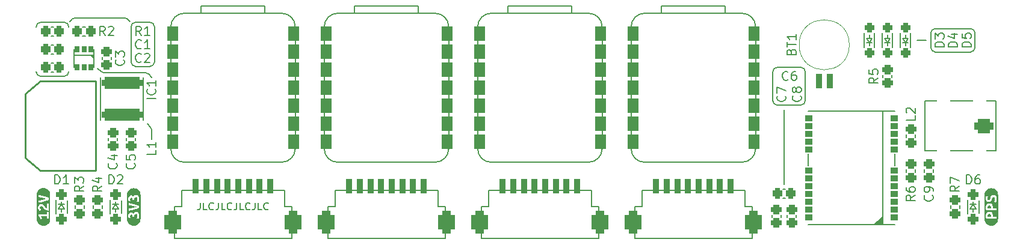
<source format=gto>
%TF.GenerationSoftware,KiCad,Pcbnew,7.0.5-0*%
%TF.CreationDate,2023-09-25T22:43:47+01:00*%
%TF.ProjectId,INCLINOMETER_BOARD,494e434c-494e-44f4-9d45-5445525f424f,rev?*%
%TF.SameCoordinates,Original*%
%TF.FileFunction,Legend,Top*%
%TF.FilePolarity,Positive*%
%FSLAX46Y46*%
G04 Gerber Fmt 4.6, Leading zero omitted, Abs format (unit mm)*
G04 Created by KiCad (PCBNEW 7.0.5-0) date 2023-09-25 22:43:47*
%MOMM*%
%LPD*%
G01*
G04 APERTURE LIST*
G04 Aperture macros list*
%AMRoundRect*
0 Rectangle with rounded corners*
0 $1 Rounding radius*
0 $2 $3 $4 $5 $6 $7 $8 $9 X,Y pos of 4 corners*
0 Add a 4 corners polygon primitive as box body*
4,1,4,$2,$3,$4,$5,$6,$7,$8,$9,$2,$3,0*
0 Add four circle primitives for the rounded corners*
1,1,$1+$1,$2,$3*
1,1,$1+$1,$4,$5*
1,1,$1+$1,$6,$7*
1,1,$1+$1,$8,$9*
0 Add four rect primitives between the rounded corners*
20,1,$1+$1,$2,$3,$4,$5,0*
20,1,$1+$1,$4,$5,$6,$7,0*
20,1,$1+$1,$6,$7,$8,$9,0*
20,1,$1+$1,$8,$9,$2,$3,0*%
G04 Aperture macros list end*
%ADD10C,0.203200*%
%ADD11C,0.152400*%
%ADD12C,0.203000*%
%ADD13C,0.230300*%
%ADD14C,0.120000*%
%ADD15RoundRect,0.325000X-0.325000X-0.425000X0.325000X-0.425000X0.325000X0.425000X-0.325000X0.425000X0*%
%ADD16C,0.800000*%
%ADD17C,6.400000*%
%ADD18RoundRect,0.325000X0.425000X-0.325000X0.425000X0.325000X-0.425000X0.325000X-0.425000X-0.325000X0*%
%ADD19RoundRect,0.350000X0.350000X-0.350000X0.350000X0.350000X-0.350000X0.350000X-0.350000X-0.350000X0*%
%ADD20RoundRect,0.325000X-0.425000X0.325000X-0.425000X-0.325000X0.425000X-0.325000X0.425000X0.325000X0*%
%ADD21RoundRect,0.600000X0.600000X1.000000X-0.600000X1.000000X-0.600000X-1.000000X0.600000X-1.000000X0*%
%ADD22RoundRect,0.450000X0.000000X1.050000X0.000000X1.050000X0.000000X-1.050000X0.000000X-1.050000X0*%
%ADD23RoundRect,1.000000X-0.750000X0.000000X0.750000X0.000000X0.750000X0.000000X-0.750000X0.000000X0*%
%ADD24RoundRect,0.375000X0.375000X-0.375000X0.375000X0.375000X-0.375000X0.375000X-0.375000X-0.375000X0*%
%ADD25RoundRect,0.425000X-2.425000X0.425000X-2.425000X-0.425000X2.425000X-0.425000X2.425000X0.425000X0*%
%ADD26RoundRect,0.517500X-0.832500X0.517500X-0.832500X-0.517500X0.832500X-0.517500X0.832500X0.517500X0*%
%ADD27C,2.100000*%
%ADD28C,3.000000*%
%ADD29C,1.800000*%
%ADD30RoundRect,0.400000X0.500000X0.000000X-0.500000X0.000000X-0.500000X0.000000X0.500000X0.000000X0*%
%ADD31RoundRect,0.300000X0.000000X0.450000X0.000000X-0.450000X0.000000X-0.450000X0.000000X0.450000X0*%
%ADD32RoundRect,0.400000X0.000000X0.975000X0.000000X-0.975000X0.000000X-0.975000X0.000000X0.975000X0*%
G04 APERTURE END LIST*
D10*
X188341000Y-82169000D02*
G75*
G03*
X188976000Y-82804000I635000J0D01*
G01*
X189928500Y-83439000D02*
X189928500Y-93980000D01*
X208661000Y-73660000D02*
X209931000Y-73660000D01*
X192278000Y-82804000D02*
G75*
G03*
X192913000Y-82169000I0J635000D01*
G01*
X98679000Y-71120000D02*
X100711000Y-71120000D01*
X97594979Y-70670995D02*
G75*
G03*
X97145974Y-70485000I-448979J-448905D01*
G01*
X100711000Y-77343000D02*
G75*
G03*
X101346000Y-76708000I0J635000D01*
G01*
X84709000Y-78105000D02*
G75*
G03*
X85344000Y-78740000I635000J0D01*
G01*
X100711000Y-77343000D02*
X98679000Y-77343000D01*
X89408000Y-70993000D02*
X89730013Y-70670987D01*
X90179026Y-70484977D02*
G75*
G03*
X89730013Y-70670987I74J-635123D01*
G01*
X93345000Y-77597000D02*
X93794013Y-78046013D01*
X192913000Y-78105000D02*
X192913000Y-82169000D01*
X101346000Y-71755000D02*
G75*
G03*
X100711000Y-71120000I-635000J0D01*
G01*
X216154000Y-75311000D02*
X211201000Y-75311000D01*
X88646000Y-78740000D02*
G75*
G03*
X89281000Y-78105000I0J635000D01*
G01*
X100515987Y-78417987D02*
X100965000Y-78867000D01*
X84709000Y-71755000D02*
X84709000Y-71755000D01*
X89281000Y-71755000D02*
X89281000Y-71755000D01*
X85344000Y-71120000D02*
G75*
G03*
X84709000Y-71755000I0J-635000D01*
G01*
X216789000Y-72644000D02*
G75*
G03*
X216154000Y-72009000I-635000J0D01*
G01*
X85344000Y-78740000D02*
X88646000Y-78740000D01*
X210566000Y-74676000D02*
G75*
G03*
X211201000Y-75311000I635000J0D01*
G01*
X97594987Y-70670987D02*
X97917000Y-70993000D01*
X89281000Y-71755000D02*
G75*
G03*
X88646000Y-71120000I-635000J0D01*
G01*
X98796974Y-78232000D02*
X100066974Y-78232000D01*
X211201000Y-72009000D02*
G75*
G03*
X210566000Y-72644000I0J-635000D01*
G01*
X90179026Y-70485000D02*
X97145974Y-70485000D01*
X188976000Y-77470000D02*
X192278000Y-77470000D01*
X100779013Y-85911036D02*
X100330000Y-85462023D01*
X98044000Y-76708000D02*
G75*
G03*
X98679000Y-77343000I635000J0D01*
G01*
X89281000Y-78105000D02*
X89281000Y-78105000D01*
X210566000Y-74676000D02*
X210566000Y-72644000D01*
X94243026Y-78232000D02*
X98796974Y-78232000D01*
X84709000Y-78105000D02*
X84709000Y-78105000D01*
X98044000Y-76708000D02*
X98044000Y-71755000D01*
X100965000Y-87630049D02*
X100965000Y-86360049D01*
X101346000Y-71755000D02*
X101346000Y-76708000D01*
X88646000Y-71120000D02*
X85344000Y-71120000D01*
X93794000Y-78046026D02*
G75*
G03*
X94243026Y-78232000I449000J449026D01*
G01*
X100515979Y-78417995D02*
G75*
G03*
X100066974Y-78232000I-448979J-448905D01*
G01*
X216154000Y-75311000D02*
G75*
G03*
X216789000Y-74676000I0J635000D01*
G01*
X216789000Y-72644000D02*
X216789000Y-74676000D01*
X188341000Y-82169000D02*
X188341000Y-78105000D01*
X100964994Y-86360049D02*
G75*
G03*
X100779012Y-85911037I-634894J49D01*
G01*
X192278000Y-82804000D02*
X188976000Y-82804000D01*
X192913000Y-78105000D02*
G75*
G03*
X192278000Y-77470000I-635000J0D01*
G01*
X98679000Y-71120000D02*
G75*
G03*
X98044000Y-71755000I0J-635000D01*
G01*
X211201000Y-72009000D02*
X216154000Y-72009000D01*
X188976000Y-77470000D02*
G75*
G03*
X188341000Y-78105000I0J-635000D01*
G01*
D11*
X107775951Y-96567194D02*
X107775951Y-97281479D01*
X107775951Y-97281479D02*
X107728332Y-97424336D01*
X107728332Y-97424336D02*
X107633094Y-97519575D01*
X107633094Y-97519575D02*
X107490237Y-97567194D01*
X107490237Y-97567194D02*
X107394999Y-97567194D01*
X108728332Y-97567194D02*
X108252142Y-97567194D01*
X108252142Y-97567194D02*
X108252142Y-96567194D01*
X109633094Y-97471955D02*
X109585475Y-97519575D01*
X109585475Y-97519575D02*
X109442618Y-97567194D01*
X109442618Y-97567194D02*
X109347380Y-97567194D01*
X109347380Y-97567194D02*
X109204523Y-97519575D01*
X109204523Y-97519575D02*
X109109285Y-97424336D01*
X109109285Y-97424336D02*
X109061666Y-97329098D01*
X109061666Y-97329098D02*
X109014047Y-97138622D01*
X109014047Y-97138622D02*
X109014047Y-96995765D01*
X109014047Y-96995765D02*
X109061666Y-96805289D01*
X109061666Y-96805289D02*
X109109285Y-96710051D01*
X109109285Y-96710051D02*
X109204523Y-96614813D01*
X109204523Y-96614813D02*
X109347380Y-96567194D01*
X109347380Y-96567194D02*
X109442618Y-96567194D01*
X109442618Y-96567194D02*
X109585475Y-96614813D01*
X109585475Y-96614813D02*
X109633094Y-96662432D01*
X110347380Y-96567194D02*
X110347380Y-97281479D01*
X110347380Y-97281479D02*
X110299761Y-97424336D01*
X110299761Y-97424336D02*
X110204523Y-97519575D01*
X110204523Y-97519575D02*
X110061666Y-97567194D01*
X110061666Y-97567194D02*
X109966428Y-97567194D01*
X111299761Y-97567194D02*
X110823571Y-97567194D01*
X110823571Y-97567194D02*
X110823571Y-96567194D01*
X112204523Y-97471955D02*
X112156904Y-97519575D01*
X112156904Y-97519575D02*
X112014047Y-97567194D01*
X112014047Y-97567194D02*
X111918809Y-97567194D01*
X111918809Y-97567194D02*
X111775952Y-97519575D01*
X111775952Y-97519575D02*
X111680714Y-97424336D01*
X111680714Y-97424336D02*
X111633095Y-97329098D01*
X111633095Y-97329098D02*
X111585476Y-97138622D01*
X111585476Y-97138622D02*
X111585476Y-96995765D01*
X111585476Y-96995765D02*
X111633095Y-96805289D01*
X111633095Y-96805289D02*
X111680714Y-96710051D01*
X111680714Y-96710051D02*
X111775952Y-96614813D01*
X111775952Y-96614813D02*
X111918809Y-96567194D01*
X111918809Y-96567194D02*
X112014047Y-96567194D01*
X112014047Y-96567194D02*
X112156904Y-96614813D01*
X112156904Y-96614813D02*
X112204523Y-96662432D01*
X112918809Y-96567194D02*
X112918809Y-97281479D01*
X112918809Y-97281479D02*
X112871190Y-97424336D01*
X112871190Y-97424336D02*
X112775952Y-97519575D01*
X112775952Y-97519575D02*
X112633095Y-97567194D01*
X112633095Y-97567194D02*
X112537857Y-97567194D01*
X113871190Y-97567194D02*
X113395000Y-97567194D01*
X113395000Y-97567194D02*
X113395000Y-96567194D01*
X114775952Y-97471955D02*
X114728333Y-97519575D01*
X114728333Y-97519575D02*
X114585476Y-97567194D01*
X114585476Y-97567194D02*
X114490238Y-97567194D01*
X114490238Y-97567194D02*
X114347381Y-97519575D01*
X114347381Y-97519575D02*
X114252143Y-97424336D01*
X114252143Y-97424336D02*
X114204524Y-97329098D01*
X114204524Y-97329098D02*
X114156905Y-97138622D01*
X114156905Y-97138622D02*
X114156905Y-96995765D01*
X114156905Y-96995765D02*
X114204524Y-96805289D01*
X114204524Y-96805289D02*
X114252143Y-96710051D01*
X114252143Y-96710051D02*
X114347381Y-96614813D01*
X114347381Y-96614813D02*
X114490238Y-96567194D01*
X114490238Y-96567194D02*
X114585476Y-96567194D01*
X114585476Y-96567194D02*
X114728333Y-96614813D01*
X114728333Y-96614813D02*
X114775952Y-96662432D01*
X115490238Y-96567194D02*
X115490238Y-97281479D01*
X115490238Y-97281479D02*
X115442619Y-97424336D01*
X115442619Y-97424336D02*
X115347381Y-97519575D01*
X115347381Y-97519575D02*
X115204524Y-97567194D01*
X115204524Y-97567194D02*
X115109286Y-97567194D01*
X116442619Y-97567194D02*
X115966429Y-97567194D01*
X115966429Y-97567194D02*
X115966429Y-96567194D01*
X117347381Y-97471955D02*
X117299762Y-97519575D01*
X117299762Y-97519575D02*
X117156905Y-97567194D01*
X117156905Y-97567194D02*
X117061667Y-97567194D01*
X117061667Y-97567194D02*
X116918810Y-97519575D01*
X116918810Y-97519575D02*
X116823572Y-97424336D01*
X116823572Y-97424336D02*
X116775953Y-97329098D01*
X116775953Y-97329098D02*
X116728334Y-97138622D01*
X116728334Y-97138622D02*
X116728334Y-96995765D01*
X116728334Y-96995765D02*
X116775953Y-96805289D01*
X116775953Y-96805289D02*
X116823572Y-96710051D01*
X116823572Y-96710051D02*
X116918810Y-96614813D01*
X116918810Y-96614813D02*
X117061667Y-96567194D01*
X117061667Y-96567194D02*
X117156905Y-96567194D01*
X117156905Y-96567194D02*
X117299762Y-96614813D01*
X117299762Y-96614813D02*
X117347381Y-96662432D01*
%TO.C,C6*%
X190478833Y-79198648D02*
X190418357Y-79259125D01*
X190418357Y-79259125D02*
X190236928Y-79319601D01*
X190236928Y-79319601D02*
X190115976Y-79319601D01*
X190115976Y-79319601D02*
X189934547Y-79259125D01*
X189934547Y-79259125D02*
X189813595Y-79138172D01*
X189813595Y-79138172D02*
X189753118Y-79017220D01*
X189753118Y-79017220D02*
X189692642Y-78775315D01*
X189692642Y-78775315D02*
X189692642Y-78593886D01*
X189692642Y-78593886D02*
X189753118Y-78351982D01*
X189753118Y-78351982D02*
X189813595Y-78231029D01*
X189813595Y-78231029D02*
X189934547Y-78110077D01*
X189934547Y-78110077D02*
X190115976Y-78049601D01*
X190115976Y-78049601D02*
X190236928Y-78049601D01*
X190236928Y-78049601D02*
X190418357Y-78110077D01*
X190418357Y-78110077D02*
X190478833Y-78170553D01*
X191567404Y-78049601D02*
X191325499Y-78049601D01*
X191325499Y-78049601D02*
X191204547Y-78110077D01*
X191204547Y-78110077D02*
X191144071Y-78170553D01*
X191144071Y-78170553D02*
X191023118Y-78351982D01*
X191023118Y-78351982D02*
X190962642Y-78593886D01*
X190962642Y-78593886D02*
X190962642Y-79077696D01*
X190962642Y-79077696D02*
X191023118Y-79198648D01*
X191023118Y-79198648D02*
X191083595Y-79259125D01*
X191083595Y-79259125D02*
X191204547Y-79319601D01*
X191204547Y-79319601D02*
X191446452Y-79319601D01*
X191446452Y-79319601D02*
X191567404Y-79259125D01*
X191567404Y-79259125D02*
X191627880Y-79198648D01*
X191627880Y-79198648D02*
X191688357Y-79077696D01*
X191688357Y-79077696D02*
X191688357Y-78775315D01*
X191688357Y-78775315D02*
X191627880Y-78654363D01*
X191627880Y-78654363D02*
X191567404Y-78593886D01*
X191567404Y-78593886D02*
X191446452Y-78533410D01*
X191446452Y-78533410D02*
X191204547Y-78533410D01*
X191204547Y-78533410D02*
X191083595Y-78593886D01*
X191083595Y-78593886D02*
X191023118Y-78654363D01*
X191023118Y-78654363D02*
X190962642Y-78775315D01*
%TO.C,R2*%
X94403333Y-72969601D02*
X93979999Y-72364839D01*
X93677618Y-72969601D02*
X93677618Y-71699601D01*
X93677618Y-71699601D02*
X94161428Y-71699601D01*
X94161428Y-71699601D02*
X94282380Y-71760077D01*
X94282380Y-71760077D02*
X94342857Y-71820553D01*
X94342857Y-71820553D02*
X94403333Y-71941505D01*
X94403333Y-71941505D02*
X94403333Y-72122934D01*
X94403333Y-72122934D02*
X94342857Y-72243886D01*
X94342857Y-72243886D02*
X94282380Y-72304363D01*
X94282380Y-72304363D02*
X94161428Y-72364839D01*
X94161428Y-72364839D02*
X93677618Y-72364839D01*
X94887142Y-71820553D02*
X94947618Y-71760077D01*
X94947618Y-71760077D02*
X95068571Y-71699601D01*
X95068571Y-71699601D02*
X95370952Y-71699601D01*
X95370952Y-71699601D02*
X95491904Y-71760077D01*
X95491904Y-71760077D02*
X95552380Y-71820553D01*
X95552380Y-71820553D02*
X95612857Y-71941505D01*
X95612857Y-71941505D02*
X95612857Y-72062458D01*
X95612857Y-72062458D02*
X95552380Y-72243886D01*
X95552380Y-72243886D02*
X94826666Y-72969601D01*
X94826666Y-72969601D02*
X95612857Y-72969601D01*
%TO.C,C4*%
X95962648Y-91016666D02*
X96023125Y-91077142D01*
X96023125Y-91077142D02*
X96083601Y-91258571D01*
X96083601Y-91258571D02*
X96083601Y-91379523D01*
X96083601Y-91379523D02*
X96023125Y-91560952D01*
X96023125Y-91560952D02*
X95902172Y-91681904D01*
X95902172Y-91681904D02*
X95781220Y-91742381D01*
X95781220Y-91742381D02*
X95539315Y-91802857D01*
X95539315Y-91802857D02*
X95357886Y-91802857D01*
X95357886Y-91802857D02*
X95115982Y-91742381D01*
X95115982Y-91742381D02*
X94995029Y-91681904D01*
X94995029Y-91681904D02*
X94874077Y-91560952D01*
X94874077Y-91560952D02*
X94813601Y-91379523D01*
X94813601Y-91379523D02*
X94813601Y-91258571D01*
X94813601Y-91258571D02*
X94874077Y-91077142D01*
X94874077Y-91077142D02*
X94934553Y-91016666D01*
X95236934Y-89928095D02*
X96083601Y-89928095D01*
X94753125Y-90230476D02*
X95660267Y-90532857D01*
X95660267Y-90532857D02*
X95660267Y-89746666D01*
%TO.C,D5*%
X216225601Y-74597381D02*
X214955601Y-74597381D01*
X214955601Y-74597381D02*
X214955601Y-74295000D01*
X214955601Y-74295000D02*
X215016077Y-74113571D01*
X215016077Y-74113571D02*
X215137029Y-73992619D01*
X215137029Y-73992619D02*
X215257982Y-73932142D01*
X215257982Y-73932142D02*
X215499886Y-73871666D01*
X215499886Y-73871666D02*
X215681315Y-73871666D01*
X215681315Y-73871666D02*
X215923220Y-73932142D01*
X215923220Y-73932142D02*
X216044172Y-73992619D01*
X216044172Y-73992619D02*
X216165125Y-74113571D01*
X216165125Y-74113571D02*
X216225601Y-74295000D01*
X216225601Y-74295000D02*
X216225601Y-74597381D01*
X214955601Y-72722619D02*
X214955601Y-73327381D01*
X214955601Y-73327381D02*
X215560363Y-73387857D01*
X215560363Y-73387857D02*
X215499886Y-73327381D01*
X215499886Y-73327381D02*
X215439410Y-73206428D01*
X215439410Y-73206428D02*
X215439410Y-72904047D01*
X215439410Y-72904047D02*
X215499886Y-72783095D01*
X215499886Y-72783095D02*
X215560363Y-72722619D01*
X215560363Y-72722619D02*
X215681315Y-72662142D01*
X215681315Y-72662142D02*
X215983696Y-72662142D01*
X215983696Y-72662142D02*
X216104648Y-72722619D01*
X216104648Y-72722619D02*
X216165125Y-72783095D01*
X216165125Y-72783095D02*
X216225601Y-72904047D01*
X216225601Y-72904047D02*
X216225601Y-73206428D01*
X216225601Y-73206428D02*
X216165125Y-73327381D01*
X216165125Y-73327381D02*
X216104648Y-73387857D01*
%TO.C,C9*%
X210770648Y-95527666D02*
X210831125Y-95588142D01*
X210831125Y-95588142D02*
X210891601Y-95769571D01*
X210891601Y-95769571D02*
X210891601Y-95890523D01*
X210891601Y-95890523D02*
X210831125Y-96071952D01*
X210831125Y-96071952D02*
X210710172Y-96192904D01*
X210710172Y-96192904D02*
X210589220Y-96253381D01*
X210589220Y-96253381D02*
X210347315Y-96313857D01*
X210347315Y-96313857D02*
X210165886Y-96313857D01*
X210165886Y-96313857D02*
X209923982Y-96253381D01*
X209923982Y-96253381D02*
X209803029Y-96192904D01*
X209803029Y-96192904D02*
X209682077Y-96071952D01*
X209682077Y-96071952D02*
X209621601Y-95890523D01*
X209621601Y-95890523D02*
X209621601Y-95769571D01*
X209621601Y-95769571D02*
X209682077Y-95588142D01*
X209682077Y-95588142D02*
X209742553Y-95527666D01*
X210891601Y-94922904D02*
X210891601Y-94681000D01*
X210891601Y-94681000D02*
X210831125Y-94560047D01*
X210831125Y-94560047D02*
X210770648Y-94499571D01*
X210770648Y-94499571D02*
X210589220Y-94378619D01*
X210589220Y-94378619D02*
X210347315Y-94318142D01*
X210347315Y-94318142D02*
X209863505Y-94318142D01*
X209863505Y-94318142D02*
X209742553Y-94378619D01*
X209742553Y-94378619D02*
X209682077Y-94439095D01*
X209682077Y-94439095D02*
X209621601Y-94560047D01*
X209621601Y-94560047D02*
X209621601Y-94801952D01*
X209621601Y-94801952D02*
X209682077Y-94922904D01*
X209682077Y-94922904D02*
X209742553Y-94983381D01*
X209742553Y-94983381D02*
X209863505Y-95043857D01*
X209863505Y-95043857D02*
X210165886Y-95043857D01*
X210165886Y-95043857D02*
X210286839Y-94983381D01*
X210286839Y-94983381D02*
X210347315Y-94922904D01*
X210347315Y-94922904D02*
X210407791Y-94801952D01*
X210407791Y-94801952D02*
X210407791Y-94560047D01*
X210407791Y-94560047D02*
X210347315Y-94439095D01*
X210347315Y-94439095D02*
X210286839Y-94378619D01*
X210286839Y-94378619D02*
X210165886Y-94318142D01*
%TO.C,R6*%
X208351601Y-95527666D02*
X207746839Y-95951000D01*
X208351601Y-96253381D02*
X207081601Y-96253381D01*
X207081601Y-96253381D02*
X207081601Y-95769571D01*
X207081601Y-95769571D02*
X207142077Y-95648619D01*
X207142077Y-95648619D02*
X207202553Y-95588142D01*
X207202553Y-95588142D02*
X207323505Y-95527666D01*
X207323505Y-95527666D02*
X207504934Y-95527666D01*
X207504934Y-95527666D02*
X207625886Y-95588142D01*
X207625886Y-95588142D02*
X207686363Y-95648619D01*
X207686363Y-95648619D02*
X207746839Y-95769571D01*
X207746839Y-95769571D02*
X207746839Y-96253381D01*
X207081601Y-94439095D02*
X207081601Y-94681000D01*
X207081601Y-94681000D02*
X207142077Y-94801952D01*
X207142077Y-94801952D02*
X207202553Y-94862428D01*
X207202553Y-94862428D02*
X207383982Y-94983381D01*
X207383982Y-94983381D02*
X207625886Y-95043857D01*
X207625886Y-95043857D02*
X208109696Y-95043857D01*
X208109696Y-95043857D02*
X208230648Y-94983381D01*
X208230648Y-94983381D02*
X208291125Y-94922904D01*
X208291125Y-94922904D02*
X208351601Y-94801952D01*
X208351601Y-94801952D02*
X208351601Y-94560047D01*
X208351601Y-94560047D02*
X208291125Y-94439095D01*
X208291125Y-94439095D02*
X208230648Y-94378619D01*
X208230648Y-94378619D02*
X208109696Y-94318142D01*
X208109696Y-94318142D02*
X207807315Y-94318142D01*
X207807315Y-94318142D02*
X207686363Y-94378619D01*
X207686363Y-94378619D02*
X207625886Y-94439095D01*
X207625886Y-94439095D02*
X207565410Y-94560047D01*
X207565410Y-94560047D02*
X207565410Y-94801952D01*
X207565410Y-94801952D02*
X207625886Y-94922904D01*
X207625886Y-94922904D02*
X207686363Y-94983381D01*
X207686363Y-94983381D02*
X207807315Y-95043857D01*
%TO.C,R3*%
X91384601Y-94191666D02*
X90779839Y-94615000D01*
X91384601Y-94917381D02*
X90114601Y-94917381D01*
X90114601Y-94917381D02*
X90114601Y-94433571D01*
X90114601Y-94433571D02*
X90175077Y-94312619D01*
X90175077Y-94312619D02*
X90235553Y-94252142D01*
X90235553Y-94252142D02*
X90356505Y-94191666D01*
X90356505Y-94191666D02*
X90537934Y-94191666D01*
X90537934Y-94191666D02*
X90658886Y-94252142D01*
X90658886Y-94252142D02*
X90719363Y-94312619D01*
X90719363Y-94312619D02*
X90779839Y-94433571D01*
X90779839Y-94433571D02*
X90779839Y-94917381D01*
X90114601Y-93768333D02*
X90114601Y-92982142D01*
X90114601Y-92982142D02*
X90598410Y-93405476D01*
X90598410Y-93405476D02*
X90598410Y-93224047D01*
X90598410Y-93224047D02*
X90658886Y-93103095D01*
X90658886Y-93103095D02*
X90719363Y-93042619D01*
X90719363Y-93042619D02*
X90840315Y-92982142D01*
X90840315Y-92982142D02*
X91142696Y-92982142D01*
X91142696Y-92982142D02*
X91263648Y-93042619D01*
X91263648Y-93042619D02*
X91324125Y-93103095D01*
X91324125Y-93103095D02*
X91384601Y-93224047D01*
X91384601Y-93224047D02*
X91384601Y-93586904D01*
X91384601Y-93586904D02*
X91324125Y-93707857D01*
X91324125Y-93707857D02*
X91263648Y-93768333D01*
%TO.C,R5*%
X203144601Y-78951666D02*
X202539839Y-79375000D01*
X203144601Y-79677381D02*
X201874601Y-79677381D01*
X201874601Y-79677381D02*
X201874601Y-79193571D01*
X201874601Y-79193571D02*
X201935077Y-79072619D01*
X201935077Y-79072619D02*
X201995553Y-79012142D01*
X201995553Y-79012142D02*
X202116505Y-78951666D01*
X202116505Y-78951666D02*
X202297934Y-78951666D01*
X202297934Y-78951666D02*
X202418886Y-79012142D01*
X202418886Y-79012142D02*
X202479363Y-79072619D01*
X202479363Y-79072619D02*
X202539839Y-79193571D01*
X202539839Y-79193571D02*
X202539839Y-79677381D01*
X201874601Y-77802619D02*
X201874601Y-78407381D01*
X201874601Y-78407381D02*
X202479363Y-78467857D01*
X202479363Y-78467857D02*
X202418886Y-78407381D01*
X202418886Y-78407381D02*
X202358410Y-78286428D01*
X202358410Y-78286428D02*
X202358410Y-77984047D01*
X202358410Y-77984047D02*
X202418886Y-77863095D01*
X202418886Y-77863095D02*
X202479363Y-77802619D01*
X202479363Y-77802619D02*
X202600315Y-77742142D01*
X202600315Y-77742142D02*
X202902696Y-77742142D01*
X202902696Y-77742142D02*
X203023648Y-77802619D01*
X203023648Y-77802619D02*
X203084125Y-77863095D01*
X203084125Y-77863095D02*
X203144601Y-77984047D01*
X203144601Y-77984047D02*
X203144601Y-78286428D01*
X203144601Y-78286428D02*
X203084125Y-78407381D01*
X203084125Y-78407381D02*
X203023648Y-78467857D01*
%TO.C,C2*%
X99483333Y-76658648D02*
X99422857Y-76719125D01*
X99422857Y-76719125D02*
X99241428Y-76779601D01*
X99241428Y-76779601D02*
X99120476Y-76779601D01*
X99120476Y-76779601D02*
X98939047Y-76719125D01*
X98939047Y-76719125D02*
X98818095Y-76598172D01*
X98818095Y-76598172D02*
X98757618Y-76477220D01*
X98757618Y-76477220D02*
X98697142Y-76235315D01*
X98697142Y-76235315D02*
X98697142Y-76053886D01*
X98697142Y-76053886D02*
X98757618Y-75811982D01*
X98757618Y-75811982D02*
X98818095Y-75691029D01*
X98818095Y-75691029D02*
X98939047Y-75570077D01*
X98939047Y-75570077D02*
X99120476Y-75509601D01*
X99120476Y-75509601D02*
X99241428Y-75509601D01*
X99241428Y-75509601D02*
X99422857Y-75570077D01*
X99422857Y-75570077D02*
X99483333Y-75630553D01*
X99967142Y-75630553D02*
X100027618Y-75570077D01*
X100027618Y-75570077D02*
X100148571Y-75509601D01*
X100148571Y-75509601D02*
X100450952Y-75509601D01*
X100450952Y-75509601D02*
X100571904Y-75570077D01*
X100571904Y-75570077D02*
X100632380Y-75630553D01*
X100632380Y-75630553D02*
X100692857Y-75751505D01*
X100692857Y-75751505D02*
X100692857Y-75872458D01*
X100692857Y-75872458D02*
X100632380Y-76053886D01*
X100632380Y-76053886D02*
X99906666Y-76779601D01*
X99906666Y-76779601D02*
X100692857Y-76779601D01*
%TO.C,R4*%
X93924601Y-94191666D02*
X93319839Y-94615000D01*
X93924601Y-94917381D02*
X92654601Y-94917381D01*
X92654601Y-94917381D02*
X92654601Y-94433571D01*
X92654601Y-94433571D02*
X92715077Y-94312619D01*
X92715077Y-94312619D02*
X92775553Y-94252142D01*
X92775553Y-94252142D02*
X92896505Y-94191666D01*
X92896505Y-94191666D02*
X93077934Y-94191666D01*
X93077934Y-94191666D02*
X93198886Y-94252142D01*
X93198886Y-94252142D02*
X93259363Y-94312619D01*
X93259363Y-94312619D02*
X93319839Y-94433571D01*
X93319839Y-94433571D02*
X93319839Y-94917381D01*
X93077934Y-93103095D02*
X93924601Y-93103095D01*
X92594125Y-93405476D02*
X93501267Y-93707857D01*
X93501267Y-93707857D02*
X93501267Y-92921666D01*
%TO.C,D2*%
X94947618Y-93924601D02*
X94947618Y-92654601D01*
X94947618Y-92654601D02*
X95249999Y-92654601D01*
X95249999Y-92654601D02*
X95431428Y-92715077D01*
X95431428Y-92715077D02*
X95552380Y-92836029D01*
X95552380Y-92836029D02*
X95612857Y-92956982D01*
X95612857Y-92956982D02*
X95673333Y-93198886D01*
X95673333Y-93198886D02*
X95673333Y-93380315D01*
X95673333Y-93380315D02*
X95612857Y-93622220D01*
X95612857Y-93622220D02*
X95552380Y-93743172D01*
X95552380Y-93743172D02*
X95431428Y-93864125D01*
X95431428Y-93864125D02*
X95249999Y-93924601D01*
X95249999Y-93924601D02*
X94947618Y-93924601D01*
X96157142Y-92775553D02*
X96217618Y-92715077D01*
X96217618Y-92715077D02*
X96338571Y-92654601D01*
X96338571Y-92654601D02*
X96640952Y-92654601D01*
X96640952Y-92654601D02*
X96761904Y-92715077D01*
X96761904Y-92715077D02*
X96822380Y-92775553D01*
X96822380Y-92775553D02*
X96882857Y-92896505D01*
X96882857Y-92896505D02*
X96882857Y-93017458D01*
X96882857Y-93017458D02*
X96822380Y-93198886D01*
X96822380Y-93198886D02*
X96096666Y-93924601D01*
X96096666Y-93924601D02*
X96882857Y-93924601D01*
%TO.C,R7*%
X214574601Y-94191666D02*
X213969839Y-94615000D01*
X214574601Y-94917381D02*
X213304601Y-94917381D01*
X213304601Y-94917381D02*
X213304601Y-94433571D01*
X213304601Y-94433571D02*
X213365077Y-94312619D01*
X213365077Y-94312619D02*
X213425553Y-94252142D01*
X213425553Y-94252142D02*
X213546505Y-94191666D01*
X213546505Y-94191666D02*
X213727934Y-94191666D01*
X213727934Y-94191666D02*
X213848886Y-94252142D01*
X213848886Y-94252142D02*
X213909363Y-94312619D01*
X213909363Y-94312619D02*
X213969839Y-94433571D01*
X213969839Y-94433571D02*
X213969839Y-94917381D01*
X213304601Y-93768333D02*
X213304601Y-92921666D01*
X213304601Y-92921666D02*
X214574601Y-93465952D01*
%TO.C,C5*%
X98502648Y-91016666D02*
X98563125Y-91077142D01*
X98563125Y-91077142D02*
X98623601Y-91258571D01*
X98623601Y-91258571D02*
X98623601Y-91379523D01*
X98623601Y-91379523D02*
X98563125Y-91560952D01*
X98563125Y-91560952D02*
X98442172Y-91681904D01*
X98442172Y-91681904D02*
X98321220Y-91742381D01*
X98321220Y-91742381D02*
X98079315Y-91802857D01*
X98079315Y-91802857D02*
X97897886Y-91802857D01*
X97897886Y-91802857D02*
X97655982Y-91742381D01*
X97655982Y-91742381D02*
X97535029Y-91681904D01*
X97535029Y-91681904D02*
X97414077Y-91560952D01*
X97414077Y-91560952D02*
X97353601Y-91379523D01*
X97353601Y-91379523D02*
X97353601Y-91258571D01*
X97353601Y-91258571D02*
X97414077Y-91077142D01*
X97414077Y-91077142D02*
X97474553Y-91016666D01*
X97353601Y-89867619D02*
X97353601Y-90472381D01*
X97353601Y-90472381D02*
X97958363Y-90532857D01*
X97958363Y-90532857D02*
X97897886Y-90472381D01*
X97897886Y-90472381D02*
X97837410Y-90351428D01*
X97837410Y-90351428D02*
X97837410Y-90049047D01*
X97837410Y-90049047D02*
X97897886Y-89928095D01*
X97897886Y-89928095D02*
X97958363Y-89867619D01*
X97958363Y-89867619D02*
X98079315Y-89807142D01*
X98079315Y-89807142D02*
X98381696Y-89807142D01*
X98381696Y-89807142D02*
X98502648Y-89867619D01*
X98502648Y-89867619D02*
X98563125Y-89928095D01*
X98563125Y-89928095D02*
X98623601Y-90049047D01*
X98623601Y-90049047D02*
X98623601Y-90351428D01*
X98623601Y-90351428D02*
X98563125Y-90472381D01*
X98563125Y-90472381D02*
X98502648Y-90532857D01*
%TO.C,L2*%
X208351601Y-84270694D02*
X208351601Y-84875456D01*
X208351601Y-84875456D02*
X207081601Y-84875456D01*
X207202553Y-83907837D02*
X207142077Y-83847361D01*
X207142077Y-83847361D02*
X207081601Y-83726408D01*
X207081601Y-83726408D02*
X207081601Y-83424027D01*
X207081601Y-83424027D02*
X207142077Y-83303075D01*
X207142077Y-83303075D02*
X207202553Y-83242599D01*
X207202553Y-83242599D02*
X207323505Y-83182122D01*
X207323505Y-83182122D02*
X207444458Y-83182122D01*
X207444458Y-83182122D02*
X207625886Y-83242599D01*
X207625886Y-83242599D02*
X208351601Y-83968313D01*
X208351601Y-83968313D02*
X208351601Y-83182122D01*
%TO.C,D6*%
X215597618Y-93924601D02*
X215597618Y-92654601D01*
X215597618Y-92654601D02*
X215899999Y-92654601D01*
X215899999Y-92654601D02*
X216081428Y-92715077D01*
X216081428Y-92715077D02*
X216202380Y-92836029D01*
X216202380Y-92836029D02*
X216262857Y-92956982D01*
X216262857Y-92956982D02*
X216323333Y-93198886D01*
X216323333Y-93198886D02*
X216323333Y-93380315D01*
X216323333Y-93380315D02*
X216262857Y-93622220D01*
X216262857Y-93622220D02*
X216202380Y-93743172D01*
X216202380Y-93743172D02*
X216081428Y-93864125D01*
X216081428Y-93864125D02*
X215899999Y-93924601D01*
X215899999Y-93924601D02*
X215597618Y-93924601D01*
X217411904Y-92654601D02*
X217169999Y-92654601D01*
X217169999Y-92654601D02*
X217049047Y-92715077D01*
X217049047Y-92715077D02*
X216988571Y-92775553D01*
X216988571Y-92775553D02*
X216867618Y-92956982D01*
X216867618Y-92956982D02*
X216807142Y-93198886D01*
X216807142Y-93198886D02*
X216807142Y-93682696D01*
X216807142Y-93682696D02*
X216867618Y-93803648D01*
X216867618Y-93803648D02*
X216928095Y-93864125D01*
X216928095Y-93864125D02*
X217049047Y-93924601D01*
X217049047Y-93924601D02*
X217290952Y-93924601D01*
X217290952Y-93924601D02*
X217411904Y-93864125D01*
X217411904Y-93864125D02*
X217472380Y-93803648D01*
X217472380Y-93803648D02*
X217532857Y-93682696D01*
X217532857Y-93682696D02*
X217532857Y-93380315D01*
X217532857Y-93380315D02*
X217472380Y-93259363D01*
X217472380Y-93259363D02*
X217411904Y-93198886D01*
X217411904Y-93198886D02*
X217290952Y-93138410D01*
X217290952Y-93138410D02*
X217049047Y-93138410D01*
X217049047Y-93138410D02*
X216928095Y-93198886D01*
X216928095Y-93198886D02*
X216867618Y-93259363D01*
X216867618Y-93259363D02*
X216807142Y-93380315D01*
%TO.C,L1*%
X101544601Y-89111666D02*
X101544601Y-89716428D01*
X101544601Y-89716428D02*
X100274601Y-89716428D01*
X101544601Y-88023094D02*
X101544601Y-88748809D01*
X101544601Y-88385952D02*
X100274601Y-88385952D01*
X100274601Y-88385952D02*
X100456029Y-88506904D01*
X100456029Y-88506904D02*
X100576982Y-88627856D01*
X100576982Y-88627856D02*
X100637458Y-88748809D01*
%TO.C,C8*%
X192228648Y-81491666D02*
X192289125Y-81552142D01*
X192289125Y-81552142D02*
X192349601Y-81733571D01*
X192349601Y-81733571D02*
X192349601Y-81854523D01*
X192349601Y-81854523D02*
X192289125Y-82035952D01*
X192289125Y-82035952D02*
X192168172Y-82156904D01*
X192168172Y-82156904D02*
X192047220Y-82217381D01*
X192047220Y-82217381D02*
X191805315Y-82277857D01*
X191805315Y-82277857D02*
X191623886Y-82277857D01*
X191623886Y-82277857D02*
X191381982Y-82217381D01*
X191381982Y-82217381D02*
X191261029Y-82156904D01*
X191261029Y-82156904D02*
X191140077Y-82035952D01*
X191140077Y-82035952D02*
X191079601Y-81854523D01*
X191079601Y-81854523D02*
X191079601Y-81733571D01*
X191079601Y-81733571D02*
X191140077Y-81552142D01*
X191140077Y-81552142D02*
X191200553Y-81491666D01*
X191623886Y-80765952D02*
X191563410Y-80886904D01*
X191563410Y-80886904D02*
X191502934Y-80947381D01*
X191502934Y-80947381D02*
X191381982Y-81007857D01*
X191381982Y-81007857D02*
X191321505Y-81007857D01*
X191321505Y-81007857D02*
X191200553Y-80947381D01*
X191200553Y-80947381D02*
X191140077Y-80886904D01*
X191140077Y-80886904D02*
X191079601Y-80765952D01*
X191079601Y-80765952D02*
X191079601Y-80524047D01*
X191079601Y-80524047D02*
X191140077Y-80403095D01*
X191140077Y-80403095D02*
X191200553Y-80342619D01*
X191200553Y-80342619D02*
X191321505Y-80282142D01*
X191321505Y-80282142D02*
X191381982Y-80282142D01*
X191381982Y-80282142D02*
X191502934Y-80342619D01*
X191502934Y-80342619D02*
X191563410Y-80403095D01*
X191563410Y-80403095D02*
X191623886Y-80524047D01*
X191623886Y-80524047D02*
X191623886Y-80765952D01*
X191623886Y-80765952D02*
X191684363Y-80886904D01*
X191684363Y-80886904D02*
X191744839Y-80947381D01*
X191744839Y-80947381D02*
X191865791Y-81007857D01*
X191865791Y-81007857D02*
X192107696Y-81007857D01*
X192107696Y-81007857D02*
X192228648Y-80947381D01*
X192228648Y-80947381D02*
X192289125Y-80886904D01*
X192289125Y-80886904D02*
X192349601Y-80765952D01*
X192349601Y-80765952D02*
X192349601Y-80524047D01*
X192349601Y-80524047D02*
X192289125Y-80403095D01*
X192289125Y-80403095D02*
X192228648Y-80342619D01*
X192228648Y-80342619D02*
X192107696Y-80282142D01*
X192107696Y-80282142D02*
X191865791Y-80282142D01*
X191865791Y-80282142D02*
X191744839Y-80342619D01*
X191744839Y-80342619D02*
X191684363Y-80403095D01*
X191684363Y-80403095D02*
X191623886Y-80524047D01*
%TO.C,D1*%
X87327618Y-93924601D02*
X87327618Y-92654601D01*
X87327618Y-92654601D02*
X87629999Y-92654601D01*
X87629999Y-92654601D02*
X87811428Y-92715077D01*
X87811428Y-92715077D02*
X87932380Y-92836029D01*
X87932380Y-92836029D02*
X87992857Y-92956982D01*
X87992857Y-92956982D02*
X88053333Y-93198886D01*
X88053333Y-93198886D02*
X88053333Y-93380315D01*
X88053333Y-93380315D02*
X87992857Y-93622220D01*
X87992857Y-93622220D02*
X87932380Y-93743172D01*
X87932380Y-93743172D02*
X87811428Y-93864125D01*
X87811428Y-93864125D02*
X87629999Y-93924601D01*
X87629999Y-93924601D02*
X87327618Y-93924601D01*
X89262857Y-93924601D02*
X88537142Y-93924601D01*
X88899999Y-93924601D02*
X88899999Y-92654601D01*
X88899999Y-92654601D02*
X88779047Y-92836029D01*
X88779047Y-92836029D02*
X88658095Y-92956982D01*
X88658095Y-92956982D02*
X88537142Y-93017458D01*
%TO.C,C1*%
X99483333Y-74753648D02*
X99422857Y-74814125D01*
X99422857Y-74814125D02*
X99241428Y-74874601D01*
X99241428Y-74874601D02*
X99120476Y-74874601D01*
X99120476Y-74874601D02*
X98939047Y-74814125D01*
X98939047Y-74814125D02*
X98818095Y-74693172D01*
X98818095Y-74693172D02*
X98757618Y-74572220D01*
X98757618Y-74572220D02*
X98697142Y-74330315D01*
X98697142Y-74330315D02*
X98697142Y-74148886D01*
X98697142Y-74148886D02*
X98757618Y-73906982D01*
X98757618Y-73906982D02*
X98818095Y-73786029D01*
X98818095Y-73786029D02*
X98939047Y-73665077D01*
X98939047Y-73665077D02*
X99120476Y-73604601D01*
X99120476Y-73604601D02*
X99241428Y-73604601D01*
X99241428Y-73604601D02*
X99422857Y-73665077D01*
X99422857Y-73665077D02*
X99483333Y-73725553D01*
X100692857Y-74874601D02*
X99967142Y-74874601D01*
X100329999Y-74874601D02*
X100329999Y-73604601D01*
X100329999Y-73604601D02*
X100209047Y-73786029D01*
X100209047Y-73786029D02*
X100088095Y-73906982D01*
X100088095Y-73906982D02*
X99967142Y-73967458D01*
%TO.C,C7*%
X190069648Y-81491666D02*
X190130125Y-81552142D01*
X190130125Y-81552142D02*
X190190601Y-81733571D01*
X190190601Y-81733571D02*
X190190601Y-81854523D01*
X190190601Y-81854523D02*
X190130125Y-82035952D01*
X190130125Y-82035952D02*
X190009172Y-82156904D01*
X190009172Y-82156904D02*
X189888220Y-82217381D01*
X189888220Y-82217381D02*
X189646315Y-82277857D01*
X189646315Y-82277857D02*
X189464886Y-82277857D01*
X189464886Y-82277857D02*
X189222982Y-82217381D01*
X189222982Y-82217381D02*
X189102029Y-82156904D01*
X189102029Y-82156904D02*
X188981077Y-82035952D01*
X188981077Y-82035952D02*
X188920601Y-81854523D01*
X188920601Y-81854523D02*
X188920601Y-81733571D01*
X188920601Y-81733571D02*
X188981077Y-81552142D01*
X188981077Y-81552142D02*
X189041553Y-81491666D01*
X188920601Y-81068333D02*
X188920601Y-80221666D01*
X188920601Y-80221666D02*
X190190601Y-80765952D01*
%TO.C,R1*%
X99483333Y-72969601D02*
X99059999Y-72364839D01*
X98757618Y-72969601D02*
X98757618Y-71699601D01*
X98757618Y-71699601D02*
X99241428Y-71699601D01*
X99241428Y-71699601D02*
X99362380Y-71760077D01*
X99362380Y-71760077D02*
X99422857Y-71820553D01*
X99422857Y-71820553D02*
X99483333Y-71941505D01*
X99483333Y-71941505D02*
X99483333Y-72122934D01*
X99483333Y-72122934D02*
X99422857Y-72243886D01*
X99422857Y-72243886D02*
X99362380Y-72304363D01*
X99362380Y-72304363D02*
X99241428Y-72364839D01*
X99241428Y-72364839D02*
X98757618Y-72364839D01*
X100692857Y-72969601D02*
X99967142Y-72969601D01*
X100329999Y-72969601D02*
X100329999Y-71699601D01*
X100329999Y-71699601D02*
X100209047Y-71881029D01*
X100209047Y-71881029D02*
X100088095Y-72001982D01*
X100088095Y-72001982D02*
X99967142Y-72062458D01*
%TO.C,D4*%
X214320601Y-74597381D02*
X213050601Y-74597381D01*
X213050601Y-74597381D02*
X213050601Y-74295000D01*
X213050601Y-74295000D02*
X213111077Y-74113571D01*
X213111077Y-74113571D02*
X213232029Y-73992619D01*
X213232029Y-73992619D02*
X213352982Y-73932142D01*
X213352982Y-73932142D02*
X213594886Y-73871666D01*
X213594886Y-73871666D02*
X213776315Y-73871666D01*
X213776315Y-73871666D02*
X214018220Y-73932142D01*
X214018220Y-73932142D02*
X214139172Y-73992619D01*
X214139172Y-73992619D02*
X214260125Y-74113571D01*
X214260125Y-74113571D02*
X214320601Y-74295000D01*
X214320601Y-74295000D02*
X214320601Y-74597381D01*
X213473934Y-72783095D02*
X214320601Y-72783095D01*
X212990125Y-73085476D02*
X213897267Y-73387857D01*
X213897267Y-73387857D02*
X213897267Y-72601666D01*
%TO.C,C3*%
X96978648Y-76411666D02*
X97039125Y-76472142D01*
X97039125Y-76472142D02*
X97099601Y-76653571D01*
X97099601Y-76653571D02*
X97099601Y-76774523D01*
X97099601Y-76774523D02*
X97039125Y-76955952D01*
X97039125Y-76955952D02*
X96918172Y-77076904D01*
X96918172Y-77076904D02*
X96797220Y-77137381D01*
X96797220Y-77137381D02*
X96555315Y-77197857D01*
X96555315Y-77197857D02*
X96373886Y-77197857D01*
X96373886Y-77197857D02*
X96131982Y-77137381D01*
X96131982Y-77137381D02*
X96011029Y-77076904D01*
X96011029Y-77076904D02*
X95890077Y-76955952D01*
X95890077Y-76955952D02*
X95829601Y-76774523D01*
X95829601Y-76774523D02*
X95829601Y-76653571D01*
X95829601Y-76653571D02*
X95890077Y-76472142D01*
X95890077Y-76472142D02*
X95950553Y-76411666D01*
X95829601Y-75988333D02*
X95829601Y-75202142D01*
X95829601Y-75202142D02*
X96313410Y-75625476D01*
X96313410Y-75625476D02*
X96313410Y-75444047D01*
X96313410Y-75444047D02*
X96373886Y-75323095D01*
X96373886Y-75323095D02*
X96434363Y-75262619D01*
X96434363Y-75262619D02*
X96555315Y-75202142D01*
X96555315Y-75202142D02*
X96857696Y-75202142D01*
X96857696Y-75202142D02*
X96978648Y-75262619D01*
X96978648Y-75262619D02*
X97039125Y-75323095D01*
X97039125Y-75323095D02*
X97099601Y-75444047D01*
X97099601Y-75444047D02*
X97099601Y-75806904D01*
X97099601Y-75806904D02*
X97039125Y-75927857D01*
X97039125Y-75927857D02*
X96978648Y-75988333D01*
%TO.C,IC1*%
X101544601Y-81884762D02*
X100274601Y-81884762D01*
X101423648Y-80554285D02*
X101484125Y-80614761D01*
X101484125Y-80614761D02*
X101544601Y-80796190D01*
X101544601Y-80796190D02*
X101544601Y-80917142D01*
X101544601Y-80917142D02*
X101484125Y-81098571D01*
X101484125Y-81098571D02*
X101363172Y-81219523D01*
X101363172Y-81219523D02*
X101242220Y-81280000D01*
X101242220Y-81280000D02*
X101000315Y-81340476D01*
X101000315Y-81340476D02*
X100818886Y-81340476D01*
X100818886Y-81340476D02*
X100576982Y-81280000D01*
X100576982Y-81280000D02*
X100456029Y-81219523D01*
X100456029Y-81219523D02*
X100335077Y-81098571D01*
X100335077Y-81098571D02*
X100274601Y-80917142D01*
X100274601Y-80917142D02*
X100274601Y-80796190D01*
X100274601Y-80796190D02*
X100335077Y-80614761D01*
X100335077Y-80614761D02*
X100395553Y-80554285D01*
X101544601Y-79344761D02*
X101544601Y-80070476D01*
X101544601Y-79707619D02*
X100274601Y-79707619D01*
X100274601Y-79707619D02*
X100456029Y-79828571D01*
X100456029Y-79828571D02*
X100576982Y-79949523D01*
X100576982Y-79949523D02*
X100637458Y-80070476D01*
%TO.C,D3*%
X212415601Y-74597381D02*
X211145601Y-74597381D01*
X211145601Y-74597381D02*
X211145601Y-74295000D01*
X211145601Y-74295000D02*
X211206077Y-74113571D01*
X211206077Y-74113571D02*
X211327029Y-73992619D01*
X211327029Y-73992619D02*
X211447982Y-73932142D01*
X211447982Y-73932142D02*
X211689886Y-73871666D01*
X211689886Y-73871666D02*
X211871315Y-73871666D01*
X211871315Y-73871666D02*
X212113220Y-73932142D01*
X212113220Y-73932142D02*
X212234172Y-73992619D01*
X212234172Y-73992619D02*
X212355125Y-74113571D01*
X212355125Y-74113571D02*
X212415601Y-74295000D01*
X212415601Y-74295000D02*
X212415601Y-74597381D01*
X211145601Y-73448333D02*
X211145601Y-72662142D01*
X211145601Y-72662142D02*
X211629410Y-73085476D01*
X211629410Y-73085476D02*
X211629410Y-72904047D01*
X211629410Y-72904047D02*
X211689886Y-72783095D01*
X211689886Y-72783095D02*
X211750363Y-72722619D01*
X211750363Y-72722619D02*
X211871315Y-72662142D01*
X211871315Y-72662142D02*
X212173696Y-72662142D01*
X212173696Y-72662142D02*
X212294648Y-72722619D01*
X212294648Y-72722619D02*
X212355125Y-72783095D01*
X212355125Y-72783095D02*
X212415601Y-72904047D01*
X212415601Y-72904047D02*
X212415601Y-73266904D01*
X212415601Y-73266904D02*
X212355125Y-73387857D01*
X212355125Y-73387857D02*
X212294648Y-73448333D01*
%TO.C,BT1*%
X190922363Y-75292856D02*
X190982839Y-75111428D01*
X190982839Y-75111428D02*
X191043315Y-75050951D01*
X191043315Y-75050951D02*
X191164267Y-74990475D01*
X191164267Y-74990475D02*
X191345696Y-74990475D01*
X191345696Y-74990475D02*
X191466648Y-75050951D01*
X191466648Y-75050951D02*
X191527125Y-75111428D01*
X191527125Y-75111428D02*
X191587601Y-75232380D01*
X191587601Y-75232380D02*
X191587601Y-75716190D01*
X191587601Y-75716190D02*
X190317601Y-75716190D01*
X190317601Y-75716190D02*
X190317601Y-75292856D01*
X190317601Y-75292856D02*
X190378077Y-75171904D01*
X190378077Y-75171904D02*
X190438553Y-75111428D01*
X190438553Y-75111428D02*
X190559505Y-75050951D01*
X190559505Y-75050951D02*
X190680458Y-75050951D01*
X190680458Y-75050951D02*
X190801410Y-75111428D01*
X190801410Y-75111428D02*
X190861886Y-75171904D01*
X190861886Y-75171904D02*
X190922363Y-75292856D01*
X190922363Y-75292856D02*
X190922363Y-75716190D01*
X190317601Y-74627618D02*
X190317601Y-73901904D01*
X191587601Y-74264761D02*
X190317601Y-74264761D01*
X191587601Y-72813332D02*
X191587601Y-73539047D01*
X191587601Y-73176190D02*
X190317601Y-73176190D01*
X190317601Y-73176190D02*
X190499029Y-73297142D01*
X190499029Y-73297142D02*
X190619982Y-73418094D01*
X190619982Y-73418094D02*
X190680458Y-73539047D01*
%TO.C,C6*%
X189738000Y-94615000D02*
X190119000Y-94615000D01*
X190119000Y-95885000D02*
X189738000Y-95885000D01*
%TO.C,R2*%
X91249500Y-71755000D02*
X91630500Y-71755000D01*
X91630500Y-73025000D02*
X91249500Y-73025000D01*
%TO.C,C4*%
X94869000Y-87820500D02*
X94869000Y-87439500D01*
X96139000Y-87439500D02*
X96139000Y-87820500D01*
D10*
%TO.C,D5*%
X206310000Y-74660000D02*
X206310000Y-72660000D01*
X207710000Y-74660000D02*
X207710000Y-72660000D01*
D11*
X207010000Y-74410000D02*
X207010000Y-74010000D01*
X207010000Y-74010000D02*
X206610000Y-74010000D01*
X207010000Y-74010000D02*
X207410000Y-74010000D01*
X207010000Y-74010000D02*
X206610000Y-73410000D01*
X206610000Y-73410000D02*
X207410000Y-73410000D01*
X207010000Y-73410000D02*
X207010000Y-72910000D01*
X207410000Y-73410000D02*
X207010000Y-74010000D01*
%TO.C,C9*%
X210947000Y-91884500D02*
X210947000Y-92265500D01*
X209677000Y-92265500D02*
X209677000Y-91884500D01*
%TO.C,R6*%
X208407000Y-91884500D02*
X208407000Y-92265500D01*
X207137000Y-92265500D02*
X207137000Y-91884500D01*
D10*
%TO.C,J2*%
X168915000Y-101600000D02*
X168915000Y-97100000D01*
X169915000Y-94850000D02*
X169915000Y-97100000D01*
X169915000Y-94850000D02*
X184415000Y-94850000D01*
X169915000Y-97100000D02*
X168915000Y-97100000D01*
X177165000Y-101600000D02*
X168915000Y-101600000D01*
X177165000Y-101600000D02*
X185415000Y-101600000D01*
X184415000Y-94850000D02*
X184415000Y-97100000D01*
X184415000Y-97100000D02*
X185415000Y-97100000D01*
X185415000Y-101600000D02*
X185415000Y-97100000D01*
%TO.C,IC4*%
X146825000Y-88970000D02*
X146825000Y-71730000D01*
X148705000Y-69850000D02*
X162445000Y-69850000D01*
X151105000Y-68850000D02*
X160045000Y-68850000D01*
X151105000Y-69850000D02*
X151105000Y-68850000D01*
X160045000Y-68850000D02*
X160045000Y-69850000D01*
X162445000Y-90850000D02*
X148705000Y-90850000D01*
X164325000Y-71730000D02*
X164325000Y-88970000D01*
X148705000Y-69850000D02*
G75*
G03*
X146825000Y-71730000I-1J-1879999D01*
G01*
X146825000Y-88970000D02*
G75*
G03*
X148705000Y-90850000I1879999J-1D01*
G01*
X164325000Y-71730000D02*
G75*
G03*
X162445000Y-69850000I-1880000J0D01*
G01*
X162445000Y-90850000D02*
G75*
G03*
X164325000Y-88970000I0J1880000D01*
G01*
D11*
%TO.C,R3*%
X90170000Y-97345500D02*
X90170000Y-96964500D01*
X91440000Y-96964500D02*
X91440000Y-97345500D01*
%TO.C,R5*%
X205105000Y-78549500D02*
X205105000Y-78930500D01*
X203835000Y-78930500D02*
X203835000Y-78549500D01*
D10*
%TO.C,IC2*%
X103645000Y-88970000D02*
X103645000Y-71730000D01*
X105525000Y-69850000D02*
X119265000Y-69850000D01*
X107925000Y-68850000D02*
X116865000Y-68850000D01*
X107925000Y-69850000D02*
X107925000Y-68850000D01*
X116865000Y-68850000D02*
X116865000Y-69850000D01*
X119265000Y-90850000D02*
X105525000Y-90850000D01*
X121145000Y-71730000D02*
X121145000Y-88970000D01*
X105525000Y-69850000D02*
G75*
G03*
X103645000Y-71730000I-1J-1879999D01*
G01*
X103645000Y-88970000D02*
G75*
G03*
X105525000Y-90850000I1879999J-1D01*
G01*
X121145000Y-71730000D02*
G75*
G03*
X119265000Y-69850000I-1880000J0D01*
G01*
X119265000Y-90850000D02*
G75*
G03*
X121145000Y-88970000I0J1880000D01*
G01*
D11*
%TO.C,C2*%
X86804500Y-76835000D02*
X87185500Y-76835000D01*
X87185500Y-78105000D02*
X86804500Y-78105000D01*
%TO.C,R4*%
X92710000Y-97345500D02*
X92710000Y-96964500D01*
X93980000Y-96964500D02*
X93980000Y-97345500D01*
D10*
%TO.C,D2*%
X95085000Y-98105000D02*
X95085000Y-96205000D01*
X96685000Y-98055000D02*
X96685000Y-96255000D01*
D11*
X95485000Y-97405000D02*
X95885000Y-96805000D01*
X95885000Y-97405000D02*
X95885000Y-97905000D01*
X96285000Y-97405000D02*
X95485000Y-97405000D01*
X95885000Y-96805000D02*
X96285000Y-97405000D01*
X95885000Y-96805000D02*
X95485000Y-96805000D01*
X95885000Y-96805000D02*
X96285000Y-96805000D01*
X95885000Y-96405000D02*
X95885000Y-96805000D01*
%TO.C,R7*%
X213360000Y-97345500D02*
X213360000Y-96964500D01*
X214630000Y-96964500D02*
X214630000Y-97345500D01*
D10*
%TO.C,IC3*%
X125235000Y-88970000D02*
X125235000Y-71730000D01*
X127115000Y-69850000D02*
X140855000Y-69850000D01*
X129515000Y-68850000D02*
X138455000Y-68850000D01*
X129515000Y-69850000D02*
X129515000Y-68850000D01*
X138455000Y-68850000D02*
X138455000Y-69850000D01*
X140855000Y-90850000D02*
X127115000Y-90850000D01*
X142735000Y-71730000D02*
X142735000Y-88970000D01*
X127115000Y-69850000D02*
G75*
G03*
X125235000Y-71730000I-1J-1879999D01*
G01*
X125235000Y-88970000D02*
G75*
G03*
X127115000Y-90850000I1879999J-1D01*
G01*
X142735000Y-71730000D02*
G75*
G03*
X140855000Y-69850000I-1880000J0D01*
G01*
X140855000Y-90850000D02*
G75*
G03*
X142735000Y-88970000I0J1880000D01*
G01*
D11*
%TO.C,C5*%
X97409000Y-87820500D02*
X97409000Y-87439500D01*
X98679000Y-87439500D02*
X98679000Y-87820500D01*
%TO.C,L2*%
X207137000Y-87358528D02*
X207137000Y-86977528D01*
X208407000Y-86977528D02*
X208407000Y-87358528D01*
D10*
%TO.C,D6*%
X215735000Y-98105000D02*
X215735000Y-96205000D01*
X217335000Y-98055000D02*
X217335000Y-96255000D01*
D11*
X216135000Y-97405000D02*
X216535000Y-96805000D01*
X216535000Y-97405000D02*
X216535000Y-97905000D01*
X216935000Y-97405000D02*
X216135000Y-97405000D01*
X216535000Y-96805000D02*
X216935000Y-97405000D01*
X216535000Y-96805000D02*
X216135000Y-96805000D01*
X216535000Y-96805000D02*
X216935000Y-96805000D01*
X216535000Y-96405000D02*
X216535000Y-96805000D01*
D10*
%TO.C,L1*%
X99774000Y-78915000D02*
X99774000Y-84915000D01*
X93774000Y-78915000D02*
X93774000Y-84915000D01*
%TO.C,J1*%
X125735000Y-101600000D02*
X125735000Y-97100000D01*
X126735000Y-94850000D02*
X126735000Y-97100000D01*
X126735000Y-94850000D02*
X141235000Y-94850000D01*
X126735000Y-97100000D02*
X125735000Y-97100000D01*
X133985000Y-101600000D02*
X125735000Y-101600000D01*
X133985000Y-101600000D02*
X142235000Y-101600000D01*
X141235000Y-94850000D02*
X141235000Y-97100000D01*
X141235000Y-97100000D02*
X142235000Y-97100000D01*
X142235000Y-101600000D02*
X142235000Y-97100000D01*
D11*
%TO.C,C8*%
X190373000Y-98665500D02*
X190373000Y-98284500D01*
X191643000Y-98284500D02*
X191643000Y-98665500D01*
%TO.C,kibuzzard-64F4D513*%
G36*
X86677103Y-96693037D02*
G01*
X86677103Y-97890806D01*
X86677103Y-98869500D01*
X86677103Y-98869698D01*
X86658809Y-99055445D01*
X86604629Y-99234052D01*
X86516645Y-99398659D01*
X86398239Y-99542937D01*
X86253960Y-99661343D01*
X86089354Y-99749327D01*
X85910746Y-99803507D01*
X85725000Y-99821802D01*
X85539254Y-99803507D01*
X85360646Y-99749327D01*
X85196040Y-99661343D01*
X85051761Y-99542937D01*
X84933355Y-99398659D01*
X84845371Y-99234052D01*
X84791191Y-99055445D01*
X84772897Y-98869698D01*
X84772897Y-98869500D01*
X84772897Y-98383725D01*
X85004672Y-98383725D01*
X85097541Y-98486119D01*
X85183266Y-98612325D01*
X85257084Y-98745675D01*
X85311853Y-98869500D01*
X85554741Y-98774250D01*
X85496400Y-98628994D01*
X85411866Y-98476594D01*
X86235778Y-98476594D01*
X86235778Y-98786156D01*
X86478666Y-98786156D01*
X86478666Y-97890806D01*
X86235778Y-97890806D01*
X86235778Y-98183700D01*
X85004672Y-98183700D01*
X85004672Y-98383725D01*
X84772897Y-98383725D01*
X84772897Y-97221675D01*
X84971334Y-97221675D01*
X84983241Y-97345798D01*
X85018959Y-97470516D01*
X85079681Y-97588090D01*
X85166597Y-97690781D01*
X85371384Y-97545525D01*
X85259466Y-97395506D01*
X85226128Y-97250250D01*
X85274944Y-97112137D01*
X85414247Y-97057369D01*
X85540453Y-97101422D01*
X85669041Y-97213341D01*
X85737204Y-97283587D01*
X85808344Y-97358597D01*
X85883948Y-97433606D01*
X85965506Y-97503853D01*
X86053910Y-97565766D01*
X86150053Y-97615772D01*
X86254828Y-97648812D01*
X86369128Y-97659825D01*
X86419134Y-97661016D01*
X86478666Y-97655062D01*
X86478666Y-96693037D01*
X86235778Y-96693037D01*
X86235778Y-97326450D01*
X86157197Y-97301447D01*
X86072663Y-97240725D01*
X85991700Y-97164525D01*
X85923834Y-97093087D01*
X85804772Y-96971644D01*
X85676184Y-96864487D01*
X85539263Y-96788287D01*
X85392816Y-96759712D01*
X85208269Y-96797812D01*
X85076109Y-96900206D01*
X84997528Y-97047844D01*
X84971334Y-97221675D01*
X84772897Y-97221675D01*
X84772897Y-96571594D01*
X85004672Y-96571594D01*
X85138022Y-96544209D01*
X85304709Y-96504919D01*
X85429460Y-96473433D01*
X85559239Y-96439302D01*
X85694044Y-96402525D01*
X85831495Y-96363631D01*
X85969210Y-96323150D01*
X86107191Y-96281081D01*
X86303644Y-96218573D01*
X86478666Y-96159637D01*
X86478666Y-95857219D01*
X86351798Y-95811710D01*
X86222020Y-95767260D01*
X86089331Y-95723869D01*
X85955981Y-95682197D01*
X85824219Y-95642906D01*
X85694044Y-95605997D01*
X85504437Y-95555395D01*
X85323759Y-95510747D01*
X85155881Y-95472349D01*
X85004672Y-95440500D01*
X85004672Y-95747681D01*
X85128497Y-95769112D01*
X85271372Y-95795306D01*
X85425855Y-95825072D01*
X85584506Y-95857219D01*
X85744050Y-95891747D01*
X85901212Y-95928656D01*
X86048552Y-95966756D01*
X86178628Y-96004856D01*
X86046766Y-96043254D01*
X85898831Y-96082247D01*
X85741669Y-96120347D01*
X85582125Y-96156066D01*
X85423772Y-96189105D01*
X85270181Y-96219169D01*
X85128199Y-96244172D01*
X85004672Y-96262031D01*
X85004672Y-96571594D01*
X84772897Y-96571594D01*
X84772897Y-95440500D01*
X84772897Y-95440302D01*
X84791191Y-95254555D01*
X84845371Y-95075947D01*
X84933355Y-94911341D01*
X85051761Y-94767063D01*
X85196040Y-94648657D01*
X85360646Y-94560673D01*
X85539254Y-94506493D01*
X85725000Y-94488198D01*
X85910746Y-94506493D01*
X86089354Y-94560673D01*
X86253960Y-94648657D01*
X86398239Y-94767063D01*
X86516645Y-94911341D01*
X86604629Y-95075947D01*
X86658809Y-95254555D01*
X86677103Y-95440302D01*
X86677103Y-95440500D01*
X86677103Y-96159637D01*
X86677103Y-96693037D01*
G37*
D10*
%TO.C,J3*%
X104145000Y-101600000D02*
X104145000Y-97100000D01*
X105145000Y-94850000D02*
X105145000Y-97100000D01*
X105145000Y-94850000D02*
X119645000Y-94850000D01*
X105145000Y-97100000D02*
X104145000Y-97100000D01*
X112395000Y-101600000D02*
X104145000Y-101600000D01*
X112395000Y-101600000D02*
X120645000Y-101600000D01*
X119645000Y-94850000D02*
X119645000Y-97100000D01*
X119645000Y-97100000D02*
X120645000Y-97100000D01*
X120645000Y-101600000D02*
X120645000Y-97100000D01*
%TO.C,D1*%
X87465000Y-98105000D02*
X87465000Y-96205000D01*
X89065000Y-98055000D02*
X89065000Y-96255000D01*
D11*
X87865000Y-97405000D02*
X88265000Y-96805000D01*
X88265000Y-97405000D02*
X88265000Y-97905000D01*
X88665000Y-97405000D02*
X87865000Y-97405000D01*
X88265000Y-96805000D02*
X88665000Y-97405000D01*
X88265000Y-96805000D02*
X87865000Y-96805000D01*
X88265000Y-96805000D02*
X88665000Y-96805000D01*
X88265000Y-96405000D02*
X88265000Y-96805000D01*
%TO.C,C1*%
X86804500Y-74295000D02*
X87185500Y-74295000D01*
X87185500Y-75565000D02*
X86804500Y-75565000D01*
%TO.C,kibuzzard-64F4D629*%
G36*
X218928851Y-98151553D02*
G01*
X219004753Y-98205131D01*
X219046723Y-98293833D01*
X219060713Y-98417062D01*
X219060713Y-98536125D01*
X218584463Y-98536125D01*
X218578509Y-98463497D01*
X218577319Y-98390869D01*
X218590713Y-98285796D01*
X218630897Y-98203941D01*
X218703227Y-98151255D01*
X218813063Y-98133694D01*
X218928851Y-98151553D01*
G37*
G36*
X218928851Y-96960928D02*
G01*
X219004753Y-97014506D01*
X219046723Y-97103208D01*
X219060713Y-97226437D01*
X219060713Y-97345500D01*
X218584463Y-97345500D01*
X218578509Y-97272872D01*
X218577319Y-97200244D01*
X218590713Y-97095171D01*
X218630897Y-97013316D01*
X218703227Y-96960630D01*
X218813063Y-96943069D01*
X218928851Y-96960928D01*
G37*
G36*
X220042581Y-97345500D02*
G01*
X220042581Y-98536125D01*
X220042581Y-98829019D01*
X220042581Y-98829217D01*
X220023989Y-99017983D01*
X219968929Y-99199494D01*
X219879514Y-99366777D01*
X219759183Y-99513400D01*
X219612559Y-99633732D01*
X219445277Y-99723146D01*
X219263766Y-99778207D01*
X219075000Y-99796798D01*
X218886234Y-99778207D01*
X218704723Y-99723146D01*
X218537441Y-99633732D01*
X218390817Y-99513400D01*
X218270486Y-99366777D01*
X218181071Y-99199494D01*
X218126011Y-99017983D01*
X218107419Y-98829217D01*
X218107419Y-98829019D01*
X218107419Y-98424206D01*
X218322525Y-98424206D01*
X218324906Y-98517075D01*
X218330859Y-98624231D01*
X218341575Y-98732578D01*
X218358244Y-98829019D01*
X219813188Y-98829019D01*
X219813188Y-98536125D01*
X219315506Y-98536125D01*
X219315506Y-98431350D01*
X219302409Y-98255270D01*
X219263119Y-98108029D01*
X219197634Y-97989628D01*
X219102781Y-97902977D01*
X218975384Y-97850986D01*
X218815444Y-97833656D01*
X218657091Y-97850854D01*
X218531281Y-97902448D01*
X218438016Y-97988437D01*
X218373854Y-98105648D01*
X218335357Y-98250904D01*
X218322525Y-98424206D01*
X218107419Y-98424206D01*
X218107419Y-97233581D01*
X218322525Y-97233581D01*
X218324906Y-97326450D01*
X218330859Y-97433606D01*
X218341575Y-97541953D01*
X218358244Y-97638394D01*
X219813188Y-97638394D01*
X219813188Y-97345500D01*
X219315506Y-97345500D01*
X219315506Y-97240725D01*
X219302409Y-97064645D01*
X219263119Y-96917404D01*
X219197634Y-96799003D01*
X219102781Y-96712352D01*
X218975384Y-96660361D01*
X218815444Y-96643031D01*
X218657091Y-96660229D01*
X218531281Y-96711823D01*
X218438016Y-96797812D01*
X218373854Y-96915023D01*
X218335357Y-97060279D01*
X218322525Y-97233581D01*
X218107419Y-97233581D01*
X218107419Y-95954850D01*
X218305856Y-95954850D01*
X218318821Y-96100768D01*
X218357715Y-96224196D01*
X218422538Y-96325134D01*
X218561841Y-96426040D01*
X218746388Y-96459675D01*
X218921409Y-96421575D01*
X219039281Y-96325134D01*
X219117863Y-96195356D01*
X219172631Y-96057244D01*
X219214303Y-95957231D01*
X219264309Y-95866744D01*
X219327413Y-95800069D01*
X219408375Y-95773875D01*
X219478622Y-95784591D01*
X219540534Y-95823881D01*
X219583397Y-95901272D01*
X219598875Y-96023906D01*
X219590541Y-96142671D01*
X219565538Y-96241791D01*
X219494100Y-96395381D01*
X219732225Y-96481106D01*
X219804853Y-96316800D01*
X219834321Y-96188808D01*
X219844144Y-96023906D01*
X219831576Y-95856822D01*
X219793873Y-95720694D01*
X219731034Y-95615522D01*
X219594410Y-95514616D01*
X219410756Y-95480981D01*
X219299730Y-95491102D01*
X219209541Y-95521462D01*
X219076191Y-95625047D01*
X218990466Y-95763159D01*
X218932125Y-95907225D01*
X218896406Y-95998903D01*
X218852353Y-96082247D01*
X218795203Y-96142969D01*
X218720194Y-96166781D01*
X218626267Y-96140852D01*
X218569910Y-96063065D01*
X218551125Y-95933419D01*
X218574938Y-95765541D01*
X218632088Y-95633381D01*
X218405869Y-95547656D01*
X218336813Y-95717916D01*
X218313595Y-95827751D01*
X218305856Y-95954850D01*
X218107419Y-95954850D01*
X218107419Y-95480981D01*
X218107419Y-95480783D01*
X218126011Y-95292017D01*
X218181072Y-95110505D01*
X218270486Y-94943223D01*
X218390817Y-94796600D01*
X218537441Y-94676268D01*
X218704723Y-94586854D01*
X218886234Y-94531793D01*
X219075000Y-94513202D01*
X219263766Y-94531793D01*
X219445277Y-94586854D01*
X219612559Y-94676268D01*
X219759183Y-94796600D01*
X219879514Y-94943223D01*
X219968928Y-95110505D01*
X220023989Y-95292017D01*
X220042581Y-95480783D01*
X220042581Y-95480981D01*
X220042581Y-96023906D01*
X220042581Y-97345500D01*
G37*
%TO.C,C7*%
X188214000Y-98665500D02*
X188214000Y-98284500D01*
X189484000Y-98284500D02*
X189484000Y-98665500D01*
%TO.C,R1*%
X86804500Y-71755000D02*
X87185500Y-71755000D01*
X87185500Y-73025000D02*
X86804500Y-73025000D01*
D12*
%TO.C,J7*%
X219710000Y-82237500D02*
X209710000Y-82237500D01*
X209710000Y-82237500D02*
X209710000Y-89212500D01*
X209710000Y-89212500D02*
X219710000Y-89212500D01*
X219710000Y-89212500D02*
X219710000Y-82237500D01*
D10*
%TO.C,D4*%
X203770000Y-74660000D02*
X203770000Y-72660000D01*
X205170000Y-74660000D02*
X205170000Y-72660000D01*
D11*
X204470000Y-74410000D02*
X204470000Y-74010000D01*
X204470000Y-74010000D02*
X204070000Y-74010000D01*
X204470000Y-74010000D02*
X204870000Y-74010000D01*
X204470000Y-74010000D02*
X204070000Y-73410000D01*
X204070000Y-73410000D02*
X204870000Y-73410000D01*
X204470000Y-73410000D02*
X204470000Y-72910000D01*
X204870000Y-73410000D02*
X204470000Y-74010000D01*
%TO.C,C3*%
X93980000Y-76390500D02*
X93980000Y-76009500D01*
X95250000Y-76009500D02*
X95250000Y-76390500D01*
D13*
%TO.C,J9*%
X93065000Y-79400000D02*
X91465000Y-79400000D01*
X93065000Y-79400000D02*
X93065000Y-92050000D01*
X91465000Y-79400000D02*
X85255000Y-79400000D01*
X85255000Y-79400000D02*
X83155000Y-81225000D01*
X83155000Y-81225000D02*
X83155000Y-90225000D01*
X93065000Y-92050000D02*
X91465000Y-92050000D01*
X91465000Y-92050000D02*
X85255000Y-92050000D01*
X85255000Y-92050000D02*
X83155000Y-90225000D01*
D10*
%TO.C,IC6*%
X205490000Y-99625000D02*
X193290000Y-99625000D01*
X205490000Y-91375000D02*
X205490000Y-89675000D01*
X205490000Y-83625000D02*
X193290000Y-83625000D01*
X203780000Y-99625000D02*
X203780000Y-83625000D01*
X193290000Y-91375000D02*
X193290000Y-89675000D01*
X203780000Y-99625000D02*
X202670000Y-99625000D01*
X203780000Y-98515000D01*
X203780000Y-99625000D01*
G36*
X203780000Y-99625000D02*
G01*
X202670000Y-99625000D01*
X203780000Y-98515000D01*
X203780000Y-99625000D01*
G37*
%TO.C,kibuzzard-64F4D53D*%
G36*
X99392581Y-97297875D02*
G01*
X99392581Y-98424206D01*
X99392581Y-98833781D01*
X99392581Y-98833980D01*
X99373989Y-99022745D01*
X99318929Y-99204257D01*
X99229514Y-99371539D01*
X99109183Y-99518163D01*
X98962559Y-99638494D01*
X98795277Y-99727908D01*
X98613766Y-99782969D01*
X98425000Y-99801561D01*
X98236234Y-99782969D01*
X98054723Y-99727908D01*
X97887441Y-99638494D01*
X97740817Y-99518163D01*
X97620486Y-99371539D01*
X97531071Y-99204257D01*
X97476011Y-99022745D01*
X97457419Y-98833980D01*
X97457419Y-98833781D01*
X97457419Y-98398012D01*
X97655856Y-98398012D01*
X97666870Y-98524516D01*
X97699909Y-98637328D01*
X97786825Y-98807587D01*
X98001138Y-98702812D01*
X97933272Y-98561128D01*
X97905888Y-98395631D01*
X97952322Y-98261091D01*
X98079719Y-98212275D01*
X98170206Y-98234897D01*
X98227356Y-98293237D01*
X98258313Y-98374200D01*
X98267838Y-98464688D01*
X98267838Y-98574225D01*
X98510725Y-98574225D01*
X98510725Y-98483738D01*
X98522334Y-98353364D01*
X98557159Y-98247994D01*
X98621155Y-98178342D01*
X98720275Y-98155125D01*
X98879819Y-98215847D01*
X98928039Y-98298893D01*
X98944113Y-98426587D01*
X98937564Y-98539399D01*
X98917919Y-98634947D01*
X98867913Y-98776631D01*
X99113181Y-98833781D01*
X99139375Y-98759962D01*
X99165569Y-98656378D01*
X99185809Y-98539697D01*
X99194144Y-98424206D01*
X99185512Y-98286689D01*
X99159616Y-98169412D01*
X99117944Y-98071781D01*
X99061984Y-97993200D01*
X98913156Y-97890806D01*
X98725038Y-97857469D01*
X98605380Y-97873245D01*
X98503581Y-97920572D01*
X98422023Y-97996474D01*
X98363088Y-98097975D01*
X98239263Y-97964625D01*
X98070194Y-97914619D01*
X97905888Y-97943194D01*
X97773728Y-98031300D01*
X97686813Y-98182509D01*
X97663595Y-98282224D01*
X97655856Y-98398012D01*
X97457419Y-98398012D01*
X97457419Y-97709831D01*
X97689194Y-97709831D01*
X97822544Y-97682447D01*
X97989231Y-97643156D01*
X98113982Y-97611671D01*
X98243760Y-97577540D01*
X98378566Y-97540762D01*
X98516017Y-97501869D01*
X98653732Y-97461387D01*
X98791713Y-97419319D01*
X98988166Y-97356811D01*
X99163188Y-97297875D01*
X99163188Y-96995456D01*
X99036320Y-96949948D01*
X98906542Y-96905498D01*
X98773853Y-96862106D01*
X98640503Y-96820434D01*
X98508741Y-96781144D01*
X98378566Y-96744234D01*
X98188959Y-96693633D01*
X98008281Y-96648984D01*
X97840403Y-96610587D01*
X97689194Y-96578738D01*
X97689194Y-96885919D01*
X97813019Y-96907350D01*
X97955894Y-96933544D01*
X98110377Y-96963309D01*
X98269028Y-96995456D01*
X98428572Y-97029984D01*
X98585734Y-97066894D01*
X98733074Y-97104994D01*
X98863150Y-97143094D01*
X98731288Y-97181491D01*
X98583353Y-97220484D01*
X98426191Y-97258584D01*
X98266647Y-97294303D01*
X98108294Y-97327343D01*
X97954703Y-97357406D01*
X97812721Y-97382409D01*
X97689194Y-97400269D01*
X97689194Y-97709831D01*
X97457419Y-97709831D01*
X97457419Y-96016762D01*
X97655856Y-96016762D01*
X97666870Y-96143266D01*
X97699909Y-96256078D01*
X97786825Y-96426337D01*
X98001138Y-96321562D01*
X97933272Y-96179878D01*
X97905888Y-96014381D01*
X97952322Y-95879841D01*
X98079719Y-95831025D01*
X98170206Y-95853647D01*
X98227356Y-95911987D01*
X98258313Y-95992950D01*
X98267838Y-96083437D01*
X98267838Y-96192975D01*
X98510725Y-96192975D01*
X98510725Y-96102487D01*
X98522334Y-95972114D01*
X98557159Y-95866744D01*
X98621155Y-95797092D01*
X98720275Y-95773875D01*
X98879819Y-95834597D01*
X98928039Y-95917643D01*
X98944113Y-96045337D01*
X98937564Y-96158149D01*
X98917919Y-96253697D01*
X98867913Y-96395381D01*
X99113181Y-96452531D01*
X99139375Y-96378712D01*
X99165569Y-96275128D01*
X99185809Y-96158447D01*
X99194144Y-96042956D01*
X99185512Y-95905439D01*
X99159616Y-95788162D01*
X99117944Y-95690531D01*
X99061984Y-95611950D01*
X98913156Y-95509556D01*
X98725038Y-95476219D01*
X98605380Y-95491995D01*
X98503581Y-95539322D01*
X98422023Y-95615224D01*
X98363088Y-95716725D01*
X98239263Y-95583375D01*
X98070194Y-95533369D01*
X97905888Y-95561944D01*
X97773728Y-95650050D01*
X97686813Y-95801259D01*
X97663595Y-95900974D01*
X97655856Y-96016762D01*
X97457419Y-96016762D01*
X97457419Y-95476219D01*
X97457419Y-95476020D01*
X97476011Y-95287255D01*
X97531071Y-95105743D01*
X97620486Y-94938461D01*
X97740817Y-94791837D01*
X97887441Y-94671506D01*
X98054723Y-94582092D01*
X98236234Y-94527031D01*
X98425000Y-94508439D01*
X98613766Y-94527031D01*
X98795277Y-94582092D01*
X98962559Y-94671506D01*
X99109183Y-94791837D01*
X99229514Y-94938461D01*
X99318929Y-95105743D01*
X99373989Y-95287255D01*
X99392581Y-95476020D01*
X99392581Y-95476219D01*
X99392581Y-96042956D01*
X99392581Y-97297875D01*
G37*
%TO.C,J4*%
X147325000Y-101600000D02*
X147325000Y-97100000D01*
X148325000Y-94850000D02*
X148325000Y-97100000D01*
X148325000Y-94850000D02*
X162825000Y-94850000D01*
X148325000Y-97100000D02*
X147325000Y-97100000D01*
X155575000Y-101600000D02*
X147325000Y-101600000D01*
X155575000Y-101600000D02*
X163825000Y-101600000D01*
X162825000Y-94850000D02*
X162825000Y-97100000D01*
X162825000Y-97100000D02*
X163825000Y-97100000D01*
X163825000Y-101600000D02*
X163825000Y-97100000D01*
%TO.C,IC5*%
X168415000Y-88970000D02*
X168415000Y-71730000D01*
X170295000Y-69850000D02*
X184035000Y-69850000D01*
X172695000Y-68850000D02*
X181635000Y-68850000D01*
X172695000Y-69850000D02*
X172695000Y-68850000D01*
X181635000Y-68850000D02*
X181635000Y-69850000D01*
X184035000Y-90850000D02*
X170295000Y-90850000D01*
X185915000Y-71730000D02*
X185915000Y-88970000D01*
X170295000Y-69850000D02*
G75*
G03*
X168415000Y-71730000I-1J-1879999D01*
G01*
X168415000Y-88970000D02*
G75*
G03*
X170295000Y-90850000I1879999J-1D01*
G01*
X185915000Y-71730000D02*
G75*
G03*
X184035000Y-69850000I-1880000J0D01*
G01*
X184035000Y-90850000D02*
G75*
G03*
X185915000Y-88970000I0J1880000D01*
G01*
%TO.C,IC1*%
X92840000Y-74900000D02*
X92840000Y-77500000D01*
X90040000Y-74900000D02*
X90040000Y-77500000D01*
X92840000Y-75781000D02*
X90040000Y-75781000D01*
X92390000Y-75781000D02*
X92840000Y-76231000D01*
X92615000Y-76006000D02*
X92840000Y-75781000D01*
%TO.C,D3*%
X201230000Y-74660000D02*
X201230000Y-72660000D01*
X202630000Y-74660000D02*
X202630000Y-72660000D01*
D11*
X201930000Y-74410000D02*
X201930000Y-74010000D01*
X201930000Y-74010000D02*
X201530000Y-74010000D01*
X201930000Y-74010000D02*
X202330000Y-74010000D01*
X201930000Y-74010000D02*
X201530000Y-73410000D01*
X201530000Y-73410000D02*
X202330000Y-73410000D01*
X201930000Y-73410000D02*
X201930000Y-72910000D01*
X202330000Y-73410000D02*
X201930000Y-74010000D01*
D14*
%TO.C,BT1*%
X199110000Y-74295000D02*
G75*
G03*
X199110000Y-74295000I-3530000J0D01*
G01*
%TD*%
%LPC*%
D15*
%TO.C,C6*%
X188978500Y-95250000D03*
X190878500Y-95250000D03*
%TD*%
%TO.C,R2*%
X90490000Y-72390000D03*
X92390000Y-72390000D03*
%TD*%
D16*
%TO.C,H4*%
X78245000Y-97155000D03*
X78947944Y-95457944D03*
X78947944Y-98852056D03*
X80645000Y-94755000D03*
D17*
X80645000Y-97155000D03*
D16*
X80645000Y-99555000D03*
X82342056Y-95457944D03*
X82342056Y-98852056D03*
X83045000Y-97155000D03*
%TD*%
%TO.C,H1*%
X221755000Y-74295000D03*
X222457944Y-72597944D03*
X222457944Y-75992056D03*
X224155000Y-71895000D03*
D17*
X224155000Y-74295000D03*
D16*
X224155000Y-76695000D03*
X225852056Y-72597944D03*
X225852056Y-75992056D03*
X226555000Y-74295000D03*
%TD*%
D18*
%TO.C,C4*%
X95504000Y-88580000D03*
X95504000Y-86680000D03*
%TD*%
D16*
%TO.C,H2*%
X221755000Y-97155000D03*
X222457944Y-95457944D03*
X222457944Y-98852056D03*
X224155000Y-94755000D03*
D17*
X224155000Y-97155000D03*
D16*
X224155000Y-99555000D03*
X225852056Y-95457944D03*
X225852056Y-98852056D03*
X226555000Y-97155000D03*
%TD*%
D19*
%TO.C,D5*%
X207010000Y-75410000D03*
X207010000Y-71910000D03*
%TD*%
D20*
%TO.C,C9*%
X210312000Y-91125000D03*
X210312000Y-93025000D03*
%TD*%
%TO.C,R6*%
X207772000Y-91125000D03*
X207772000Y-93025000D03*
%TD*%
D21*
%TO.C,J2*%
X168715000Y-99350000D03*
X185615000Y-99350000D03*
D22*
X171915000Y-94200000D03*
X173415000Y-94200000D03*
X174915000Y-94200000D03*
X176415000Y-94200000D03*
X177915000Y-94200000D03*
X179415000Y-94200000D03*
X180915000Y-94200000D03*
X182415000Y-94200000D03*
%TD*%
D23*
%TO.C,IC4*%
X147075000Y-72730000D03*
X147075000Y-75270000D03*
X147075000Y-77810000D03*
X147075000Y-80350000D03*
X147075000Y-82890000D03*
X147075000Y-85430000D03*
X147075000Y-87970000D03*
X164075000Y-87970000D03*
X164075000Y-85430000D03*
X164075000Y-82890000D03*
X164075000Y-80350000D03*
X164075000Y-77810000D03*
X164075000Y-75270000D03*
X164075000Y-72730000D03*
%TD*%
D18*
%TO.C,R3*%
X90805000Y-98105000D03*
X90805000Y-96205000D03*
%TD*%
D20*
%TO.C,R5*%
X204470000Y-77790000D03*
X204470000Y-79690000D03*
%TD*%
D23*
%TO.C,IC2*%
X103895000Y-72730000D03*
X103895000Y-75270000D03*
X103895000Y-77810000D03*
X103895000Y-80350000D03*
X103895000Y-82890000D03*
X103895000Y-85430000D03*
X103895000Y-87970000D03*
X120895000Y-87970000D03*
X120895000Y-85430000D03*
X120895000Y-82890000D03*
X120895000Y-80350000D03*
X120895000Y-77810000D03*
X120895000Y-75270000D03*
X120895000Y-72730000D03*
%TD*%
D15*
%TO.C,C2*%
X86045000Y-77470000D03*
X87945000Y-77470000D03*
%TD*%
D18*
%TO.C,R4*%
X93345000Y-98105000D03*
X93345000Y-96205000D03*
%TD*%
D24*
%TO.C,D2*%
X95885000Y-95405000D03*
X95885000Y-98905000D03*
%TD*%
D18*
%TO.C,R7*%
X213995000Y-98105000D03*
X213995000Y-96205000D03*
%TD*%
D23*
%TO.C,IC3*%
X125485000Y-72730000D03*
X125485000Y-75270000D03*
X125485000Y-77810000D03*
X125485000Y-80350000D03*
X125485000Y-82890000D03*
X125485000Y-85430000D03*
X125485000Y-87970000D03*
X142485000Y-87970000D03*
X142485000Y-85430000D03*
X142485000Y-82890000D03*
X142485000Y-80350000D03*
X142485000Y-77810000D03*
X142485000Y-75270000D03*
X142485000Y-72730000D03*
%TD*%
D18*
%TO.C,C5*%
X98044000Y-88580000D03*
X98044000Y-86680000D03*
%TD*%
%TO.C,L2*%
X207772000Y-88118028D03*
X207772000Y-86218028D03*
%TD*%
D24*
%TO.C,D6*%
X216535000Y-95405000D03*
X216535000Y-98905000D03*
%TD*%
D25*
%TO.C,L1*%
X96774000Y-79665000D03*
X96774000Y-84165000D03*
%TD*%
D21*
%TO.C,J1*%
X125535000Y-99350000D03*
X142435000Y-99350000D03*
D22*
X128735000Y-94200000D03*
X130235000Y-94200000D03*
X131735000Y-94200000D03*
X133235000Y-94200000D03*
X134735000Y-94200000D03*
X136235000Y-94200000D03*
X137735000Y-94200000D03*
X139235000Y-94200000D03*
%TD*%
D18*
%TO.C,C8*%
X191008000Y-99425000D03*
X191008000Y-97525000D03*
%TD*%
D21*
%TO.C,J3*%
X103945000Y-99350000D03*
X120845000Y-99350000D03*
D22*
X107145000Y-94200000D03*
X108645000Y-94200000D03*
X110145000Y-94200000D03*
X111645000Y-94200000D03*
X113145000Y-94200000D03*
X114645000Y-94200000D03*
X116145000Y-94200000D03*
X117645000Y-94200000D03*
%TD*%
D24*
%TO.C,D1*%
X88265000Y-95405000D03*
X88265000Y-98905000D03*
%TD*%
D15*
%TO.C,C1*%
X86045000Y-74930000D03*
X87945000Y-74930000D03*
%TD*%
D18*
%TO.C,C7*%
X188849000Y-99425000D03*
X188849000Y-97525000D03*
%TD*%
D15*
%TO.C,R1*%
X86045000Y-72390000D03*
X87945000Y-72390000D03*
%TD*%
D26*
%TO.C,J7*%
X218060000Y-85725000D03*
D27*
X217410000Y-82725000D03*
X212410000Y-82725000D03*
X217410000Y-88725000D03*
X212410000Y-88725000D03*
%TD*%
D19*
%TO.C,D4*%
X204470000Y-75410000D03*
X204470000Y-71910000D03*
%TD*%
D18*
%TO.C,C3*%
X94615000Y-77150000D03*
X94615000Y-75250000D03*
%TD*%
D28*
%TO.C,J9*%
X87755000Y-85725000D03*
D29*
X92075000Y-82725000D03*
X92075000Y-85725000D03*
X92075000Y-88725000D03*
%TD*%
D30*
%TO.C,IC6*%
X205390000Y-98625000D03*
X205390000Y-97525000D03*
X205390000Y-96425000D03*
X205390000Y-95325000D03*
X205390000Y-94225000D03*
X205390000Y-93125000D03*
X205390000Y-92025000D03*
X205390000Y-89025000D03*
X205390000Y-87925000D03*
X205390000Y-86825000D03*
X205390000Y-85725000D03*
X205390000Y-84625000D03*
X193390000Y-84625000D03*
X193390000Y-85725000D03*
X193390000Y-86825000D03*
X193390000Y-87925000D03*
X193390000Y-89025000D03*
X193390000Y-92025000D03*
X193390000Y-93125000D03*
X193390000Y-94225000D03*
X193390000Y-95325000D03*
X193390000Y-96425000D03*
X193390000Y-97525000D03*
X193390000Y-98625000D03*
%TD*%
D21*
%TO.C,J4*%
X147125000Y-99350000D03*
X164025000Y-99350000D03*
D22*
X150325000Y-94200000D03*
X151825000Y-94200000D03*
X153325000Y-94200000D03*
X154825000Y-94200000D03*
X156325000Y-94200000D03*
X157825000Y-94200000D03*
X159325000Y-94200000D03*
X160825000Y-94200000D03*
%TD*%
D23*
%TO.C,IC5*%
X168665000Y-72730000D03*
X168665000Y-75270000D03*
X168665000Y-77810000D03*
X168665000Y-80350000D03*
X168665000Y-82890000D03*
X168665000Y-85430000D03*
X168665000Y-87970000D03*
X185665000Y-87970000D03*
X185665000Y-85430000D03*
X185665000Y-82890000D03*
X185665000Y-80350000D03*
X185665000Y-77810000D03*
X185665000Y-75270000D03*
X185665000Y-72730000D03*
%TD*%
D31*
%TO.C,IC1*%
X92390000Y-74900000D03*
X91440000Y-74900000D03*
X90490000Y-74900000D03*
X90490000Y-77500000D03*
X91440000Y-77500000D03*
X92390000Y-77500000D03*
%TD*%
D19*
%TO.C,D3*%
X201930000Y-75410000D03*
X201930000Y-71910000D03*
%TD*%
D32*
%TO.C,BT1*%
X196330000Y-79395000D03*
X194830000Y-79395000D03*
%TD*%
D16*
%TO.C,H3*%
X78245000Y-74295000D03*
X78947944Y-72597944D03*
X78947944Y-75992056D03*
X80645000Y-71895000D03*
D17*
X80645000Y-74295000D03*
D16*
X80645000Y-76695000D03*
X82342056Y-72597944D03*
X82342056Y-75992056D03*
X83045000Y-74295000D03*
%TD*%
%LPD*%
M02*

</source>
